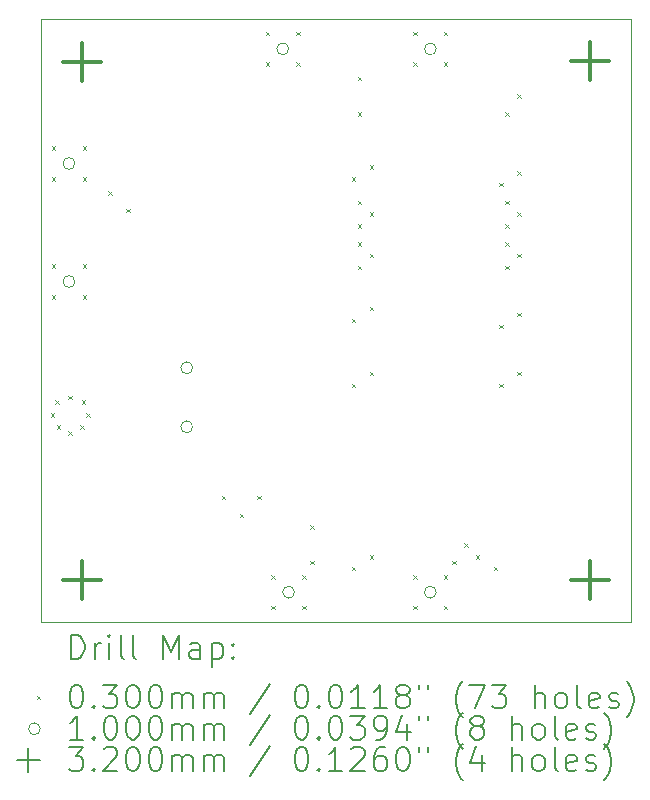
<source format=gbr>
%TF.GenerationSoftware,KiCad,Pcbnew,9.0.4*%
%TF.CreationDate,2025-09-17T14:50:42+08:00*%
%TF.ProjectId,YUV Circuit,59555620-4369-4726-9375-69742e6b6963,rev?*%
%TF.SameCoordinates,Original*%
%TF.FileFunction,Drillmap*%
%TF.FilePolarity,Positive*%
%FSLAX45Y45*%
G04 Gerber Fmt 4.5, Leading zero omitted, Abs format (unit mm)*
G04 Created by KiCad (PCBNEW 9.0.4) date 2025-09-17 14:50:42*
%MOMM*%
%LPD*%
G01*
G04 APERTURE LIST*
%ADD10C,0.050000*%
%ADD11C,0.200000*%
%ADD12C,0.100000*%
%ADD13C,0.320000*%
G04 APERTURE END LIST*
D10*
X14950000Y-8650000D02*
X19950000Y-8650000D01*
X19950000Y-13750000D01*
X14950000Y-13750000D01*
X14950000Y-8650000D01*
D11*
D12*
X15035000Y-11985000D02*
X15065000Y-12015000D01*
X15065000Y-11985000D02*
X15035000Y-12015000D01*
X15045000Y-9725000D02*
X15075000Y-9755000D01*
X15075000Y-9725000D02*
X15045000Y-9755000D01*
X15045000Y-9985000D02*
X15075000Y-10015000D01*
X15075000Y-9985000D02*
X15045000Y-10015000D01*
X15045000Y-10725000D02*
X15075000Y-10755000D01*
X15075000Y-10725000D02*
X15045000Y-10755000D01*
X15045000Y-10985000D02*
X15075000Y-11015000D01*
X15075000Y-10985000D02*
X15045000Y-11015000D01*
X15072500Y-11872500D02*
X15102500Y-11902500D01*
X15102500Y-11872500D02*
X15072500Y-11902500D01*
X15085000Y-12085000D02*
X15115000Y-12115000D01*
X15115000Y-12085000D02*
X15085000Y-12115000D01*
X15185000Y-11835000D02*
X15215000Y-11865000D01*
X15215000Y-11835000D02*
X15185000Y-11865000D01*
X15185000Y-12135000D02*
X15215000Y-12165000D01*
X15215000Y-12135000D02*
X15185000Y-12165000D01*
X15285000Y-12085000D02*
X15315000Y-12115000D01*
X15315000Y-12085000D02*
X15285000Y-12115000D01*
X15297500Y-11872500D02*
X15327500Y-11902500D01*
X15327500Y-11872500D02*
X15297500Y-11902500D01*
X15305000Y-9725000D02*
X15335000Y-9755000D01*
X15335000Y-9725000D02*
X15305000Y-9755000D01*
X15305000Y-9985000D02*
X15335000Y-10015000D01*
X15335000Y-9985000D02*
X15305000Y-10015000D01*
X15305000Y-10725000D02*
X15335000Y-10755000D01*
X15335000Y-10725000D02*
X15305000Y-10755000D01*
X15305000Y-10985000D02*
X15335000Y-11015000D01*
X15335000Y-10985000D02*
X15305000Y-11015000D01*
X15335000Y-11985000D02*
X15365000Y-12015000D01*
X15365000Y-11985000D02*
X15335000Y-12015000D01*
X15525000Y-10105000D02*
X15555000Y-10135000D01*
X15555000Y-10105000D02*
X15525000Y-10135000D01*
X15675000Y-10255000D02*
X15705000Y-10285000D01*
X15705000Y-10255000D02*
X15675000Y-10285000D01*
X16485000Y-12685000D02*
X16515000Y-12715000D01*
X16515000Y-12685000D02*
X16485000Y-12715000D01*
X16635000Y-12835000D02*
X16665000Y-12865000D01*
X16665000Y-12835000D02*
X16635000Y-12865000D01*
X16785000Y-12685000D02*
X16815000Y-12715000D01*
X16815000Y-12685000D02*
X16785000Y-12715000D01*
X16855000Y-8755000D02*
X16885000Y-8785000D01*
X16885000Y-8755000D02*
X16855000Y-8785000D01*
X16855000Y-9015000D02*
X16885000Y-9045000D01*
X16885000Y-9015000D02*
X16855000Y-9045000D01*
X16905000Y-13355000D02*
X16935000Y-13385000D01*
X16935000Y-13355000D02*
X16905000Y-13385000D01*
X16905000Y-13615000D02*
X16935000Y-13645000D01*
X16935000Y-13615000D02*
X16905000Y-13645000D01*
X17115000Y-8755000D02*
X17145000Y-8785000D01*
X17145000Y-8755000D02*
X17115000Y-8785000D01*
X17115000Y-9015000D02*
X17145000Y-9045000D01*
X17145000Y-9015000D02*
X17115000Y-9045000D01*
X17165000Y-13355000D02*
X17195000Y-13385000D01*
X17195000Y-13355000D02*
X17165000Y-13385000D01*
X17165000Y-13615000D02*
X17195000Y-13645000D01*
X17195000Y-13615000D02*
X17165000Y-13645000D01*
X17235000Y-12935000D02*
X17265000Y-12965000D01*
X17265000Y-12935000D02*
X17235000Y-12965000D01*
X17235000Y-13235000D02*
X17265000Y-13265000D01*
X17265000Y-13235000D02*
X17235000Y-13265000D01*
X17585000Y-9985000D02*
X17615000Y-10015000D01*
X17615000Y-9985000D02*
X17585000Y-10015000D01*
X17585000Y-11185000D02*
X17615000Y-11215000D01*
X17615000Y-11185000D02*
X17585000Y-11215000D01*
X17585000Y-11735000D02*
X17615000Y-11765000D01*
X17615000Y-11735000D02*
X17585000Y-11765000D01*
X17585000Y-13285000D02*
X17615000Y-13315000D01*
X17615000Y-13285000D02*
X17585000Y-13315000D01*
X17635000Y-9135000D02*
X17665000Y-9165000D01*
X17665000Y-9135000D02*
X17635000Y-9165000D01*
X17635000Y-9435000D02*
X17665000Y-9465000D01*
X17665000Y-9435000D02*
X17635000Y-9465000D01*
X17635000Y-10185000D02*
X17665000Y-10215000D01*
X17665000Y-10185000D02*
X17635000Y-10215000D01*
X17635000Y-10385000D02*
X17665000Y-10415000D01*
X17665000Y-10385000D02*
X17635000Y-10415000D01*
X17635000Y-10535000D02*
X17665000Y-10565000D01*
X17665000Y-10535000D02*
X17635000Y-10565000D01*
X17635000Y-10735000D02*
X17665000Y-10765000D01*
X17665000Y-10735000D02*
X17635000Y-10765000D01*
X17735000Y-9885000D02*
X17765000Y-9915000D01*
X17765000Y-9885000D02*
X17735000Y-9915000D01*
X17735000Y-10285000D02*
X17765000Y-10315000D01*
X17765000Y-10285000D02*
X17735000Y-10315000D01*
X17735000Y-10635000D02*
X17765000Y-10665000D01*
X17765000Y-10635000D02*
X17735000Y-10665000D01*
X17735000Y-11085000D02*
X17765000Y-11115000D01*
X17765000Y-11085000D02*
X17735000Y-11115000D01*
X17735000Y-11635000D02*
X17765000Y-11665000D01*
X17765000Y-11635000D02*
X17735000Y-11665000D01*
X17735000Y-13185000D02*
X17765000Y-13215000D01*
X17765000Y-13185000D02*
X17735000Y-13215000D01*
X18105000Y-8755000D02*
X18135000Y-8785000D01*
X18135000Y-8755000D02*
X18105000Y-8785000D01*
X18105000Y-9015000D02*
X18135000Y-9045000D01*
X18135000Y-9015000D02*
X18105000Y-9045000D01*
X18105000Y-13355000D02*
X18135000Y-13385000D01*
X18135000Y-13355000D02*
X18105000Y-13385000D01*
X18105000Y-13615000D02*
X18135000Y-13645000D01*
X18135000Y-13615000D02*
X18105000Y-13645000D01*
X18365000Y-8755000D02*
X18395000Y-8785000D01*
X18395000Y-8755000D02*
X18365000Y-8785000D01*
X18365000Y-9015000D02*
X18395000Y-9045000D01*
X18395000Y-9015000D02*
X18365000Y-9045000D01*
X18365000Y-13355000D02*
X18395000Y-13385000D01*
X18395000Y-13355000D02*
X18365000Y-13385000D01*
X18365000Y-13615000D02*
X18395000Y-13645000D01*
X18395000Y-13615000D02*
X18365000Y-13645000D01*
X18435000Y-13235000D02*
X18465000Y-13265000D01*
X18465000Y-13235000D02*
X18435000Y-13265000D01*
X18535000Y-13085000D02*
X18565000Y-13115000D01*
X18565000Y-13085000D02*
X18535000Y-13115000D01*
X18635000Y-13185000D02*
X18665000Y-13215000D01*
X18665000Y-13185000D02*
X18635000Y-13215000D01*
X18785000Y-13285000D02*
X18815000Y-13315000D01*
X18815000Y-13285000D02*
X18785000Y-13315000D01*
X18835000Y-10035000D02*
X18865000Y-10065000D01*
X18865000Y-10035000D02*
X18835000Y-10065000D01*
X18835000Y-11235000D02*
X18865000Y-11265000D01*
X18865000Y-11235000D02*
X18835000Y-11265000D01*
X18835000Y-11735000D02*
X18865000Y-11765000D01*
X18865000Y-11735000D02*
X18835000Y-11765000D01*
X18885000Y-9435000D02*
X18915000Y-9465000D01*
X18915000Y-9435000D02*
X18885000Y-9465000D01*
X18885000Y-10185000D02*
X18915000Y-10215000D01*
X18915000Y-10185000D02*
X18885000Y-10215000D01*
X18885000Y-10385000D02*
X18915000Y-10415000D01*
X18915000Y-10385000D02*
X18885000Y-10415000D01*
X18885000Y-10535000D02*
X18915000Y-10565000D01*
X18915000Y-10535000D02*
X18885000Y-10565000D01*
X18885000Y-10735000D02*
X18915000Y-10765000D01*
X18915000Y-10735000D02*
X18885000Y-10765000D01*
X18985000Y-9285000D02*
X19015000Y-9315000D01*
X19015000Y-9285000D02*
X18985000Y-9315000D01*
X18985000Y-9935000D02*
X19015000Y-9965000D01*
X19015000Y-9935000D02*
X18985000Y-9965000D01*
X18985000Y-10285000D02*
X19015000Y-10315000D01*
X19015000Y-10285000D02*
X18985000Y-10315000D01*
X18985000Y-10635000D02*
X19015000Y-10665000D01*
X19015000Y-10635000D02*
X18985000Y-10665000D01*
X18985000Y-11135000D02*
X19015000Y-11165000D01*
X19015000Y-11135000D02*
X18985000Y-11165000D01*
X18985000Y-11635000D02*
X19015000Y-11665000D01*
X19015000Y-11635000D02*
X18985000Y-11665000D01*
X15240000Y-9870000D02*
G75*
G02*
X15140000Y-9870000I-50000J0D01*
G01*
X15140000Y-9870000D02*
G75*
G02*
X15240000Y-9870000I50000J0D01*
G01*
X15240000Y-10870000D02*
G75*
G02*
X15140000Y-10870000I-50000J0D01*
G01*
X15140000Y-10870000D02*
G75*
G02*
X15240000Y-10870000I50000J0D01*
G01*
X16236768Y-11600000D02*
G75*
G02*
X16136768Y-11600000I-50000J0D01*
G01*
X16136768Y-11600000D02*
G75*
G02*
X16236768Y-11600000I50000J0D01*
G01*
X16236768Y-12100000D02*
G75*
G02*
X16136768Y-12100000I-50000J0D01*
G01*
X16136768Y-12100000D02*
G75*
G02*
X16236768Y-12100000I50000J0D01*
G01*
X17050000Y-8900000D02*
G75*
G02*
X16950000Y-8900000I-50000J0D01*
G01*
X16950000Y-8900000D02*
G75*
G02*
X17050000Y-8900000I50000J0D01*
G01*
X17100000Y-13500000D02*
G75*
G02*
X17000000Y-13500000I-50000J0D01*
G01*
X17000000Y-13500000D02*
G75*
G02*
X17100000Y-13500000I50000J0D01*
G01*
X18300000Y-8900000D02*
G75*
G02*
X18200000Y-8900000I-50000J0D01*
G01*
X18200000Y-8900000D02*
G75*
G02*
X18300000Y-8900000I50000J0D01*
G01*
X18300000Y-13500000D02*
G75*
G02*
X18200000Y-13500000I-50000J0D01*
G01*
X18200000Y-13500000D02*
G75*
G02*
X18300000Y-13500000I50000J0D01*
G01*
D13*
X15300000Y-8850000D02*
X15300000Y-9170000D01*
X15140000Y-9010000D02*
X15460000Y-9010000D01*
X15300000Y-13240000D02*
X15300000Y-13560000D01*
X15140000Y-13400000D02*
X15460000Y-13400000D01*
X19600000Y-8840000D02*
X19600000Y-9160000D01*
X19440000Y-9000000D02*
X19760000Y-9000000D01*
X19600000Y-13240000D02*
X19600000Y-13560000D01*
X19440000Y-13400000D02*
X19760000Y-13400000D01*
D11*
X15208277Y-14063984D02*
X15208277Y-13863984D01*
X15208277Y-13863984D02*
X15255896Y-13863984D01*
X15255896Y-13863984D02*
X15284467Y-13873508D01*
X15284467Y-13873508D02*
X15303515Y-13892555D01*
X15303515Y-13892555D02*
X15313039Y-13911603D01*
X15313039Y-13911603D02*
X15322562Y-13949698D01*
X15322562Y-13949698D02*
X15322562Y-13978269D01*
X15322562Y-13978269D02*
X15313039Y-14016365D01*
X15313039Y-14016365D02*
X15303515Y-14035412D01*
X15303515Y-14035412D02*
X15284467Y-14054460D01*
X15284467Y-14054460D02*
X15255896Y-14063984D01*
X15255896Y-14063984D02*
X15208277Y-14063984D01*
X15408277Y-14063984D02*
X15408277Y-13930650D01*
X15408277Y-13968746D02*
X15417801Y-13949698D01*
X15417801Y-13949698D02*
X15427324Y-13940174D01*
X15427324Y-13940174D02*
X15446372Y-13930650D01*
X15446372Y-13930650D02*
X15465420Y-13930650D01*
X15532086Y-14063984D02*
X15532086Y-13930650D01*
X15532086Y-13863984D02*
X15522562Y-13873508D01*
X15522562Y-13873508D02*
X15532086Y-13883031D01*
X15532086Y-13883031D02*
X15541610Y-13873508D01*
X15541610Y-13873508D02*
X15532086Y-13863984D01*
X15532086Y-13863984D02*
X15532086Y-13883031D01*
X15655896Y-14063984D02*
X15636848Y-14054460D01*
X15636848Y-14054460D02*
X15627324Y-14035412D01*
X15627324Y-14035412D02*
X15627324Y-13863984D01*
X15760658Y-14063984D02*
X15741610Y-14054460D01*
X15741610Y-14054460D02*
X15732086Y-14035412D01*
X15732086Y-14035412D02*
X15732086Y-13863984D01*
X15989229Y-14063984D02*
X15989229Y-13863984D01*
X15989229Y-13863984D02*
X16055896Y-14006841D01*
X16055896Y-14006841D02*
X16122562Y-13863984D01*
X16122562Y-13863984D02*
X16122562Y-14063984D01*
X16303515Y-14063984D02*
X16303515Y-13959222D01*
X16303515Y-13959222D02*
X16293991Y-13940174D01*
X16293991Y-13940174D02*
X16274943Y-13930650D01*
X16274943Y-13930650D02*
X16236848Y-13930650D01*
X16236848Y-13930650D02*
X16217801Y-13940174D01*
X16303515Y-14054460D02*
X16284467Y-14063984D01*
X16284467Y-14063984D02*
X16236848Y-14063984D01*
X16236848Y-14063984D02*
X16217801Y-14054460D01*
X16217801Y-14054460D02*
X16208277Y-14035412D01*
X16208277Y-14035412D02*
X16208277Y-14016365D01*
X16208277Y-14016365D02*
X16217801Y-13997317D01*
X16217801Y-13997317D02*
X16236848Y-13987793D01*
X16236848Y-13987793D02*
X16284467Y-13987793D01*
X16284467Y-13987793D02*
X16303515Y-13978269D01*
X16398753Y-13930650D02*
X16398753Y-14130650D01*
X16398753Y-13940174D02*
X16417801Y-13930650D01*
X16417801Y-13930650D02*
X16455896Y-13930650D01*
X16455896Y-13930650D02*
X16474943Y-13940174D01*
X16474943Y-13940174D02*
X16484467Y-13949698D01*
X16484467Y-13949698D02*
X16493991Y-13968746D01*
X16493991Y-13968746D02*
X16493991Y-14025888D01*
X16493991Y-14025888D02*
X16484467Y-14044936D01*
X16484467Y-14044936D02*
X16474943Y-14054460D01*
X16474943Y-14054460D02*
X16455896Y-14063984D01*
X16455896Y-14063984D02*
X16417801Y-14063984D01*
X16417801Y-14063984D02*
X16398753Y-14054460D01*
X16579705Y-14044936D02*
X16589229Y-14054460D01*
X16589229Y-14054460D02*
X16579705Y-14063984D01*
X16579705Y-14063984D02*
X16570182Y-14054460D01*
X16570182Y-14054460D02*
X16579705Y-14044936D01*
X16579705Y-14044936D02*
X16579705Y-14063984D01*
X16579705Y-13940174D02*
X16589229Y-13949698D01*
X16589229Y-13949698D02*
X16579705Y-13959222D01*
X16579705Y-13959222D02*
X16570182Y-13949698D01*
X16570182Y-13949698D02*
X16579705Y-13940174D01*
X16579705Y-13940174D02*
X16579705Y-13959222D01*
D12*
X14917500Y-14377500D02*
X14947500Y-14407500D01*
X14947500Y-14377500D02*
X14917500Y-14407500D01*
D11*
X15246372Y-14283984D02*
X15265420Y-14283984D01*
X15265420Y-14283984D02*
X15284467Y-14293508D01*
X15284467Y-14293508D02*
X15293991Y-14303031D01*
X15293991Y-14303031D02*
X15303515Y-14322079D01*
X15303515Y-14322079D02*
X15313039Y-14360174D01*
X15313039Y-14360174D02*
X15313039Y-14407793D01*
X15313039Y-14407793D02*
X15303515Y-14445888D01*
X15303515Y-14445888D02*
X15293991Y-14464936D01*
X15293991Y-14464936D02*
X15284467Y-14474460D01*
X15284467Y-14474460D02*
X15265420Y-14483984D01*
X15265420Y-14483984D02*
X15246372Y-14483984D01*
X15246372Y-14483984D02*
X15227324Y-14474460D01*
X15227324Y-14474460D02*
X15217801Y-14464936D01*
X15217801Y-14464936D02*
X15208277Y-14445888D01*
X15208277Y-14445888D02*
X15198753Y-14407793D01*
X15198753Y-14407793D02*
X15198753Y-14360174D01*
X15198753Y-14360174D02*
X15208277Y-14322079D01*
X15208277Y-14322079D02*
X15217801Y-14303031D01*
X15217801Y-14303031D02*
X15227324Y-14293508D01*
X15227324Y-14293508D02*
X15246372Y-14283984D01*
X15398753Y-14464936D02*
X15408277Y-14474460D01*
X15408277Y-14474460D02*
X15398753Y-14483984D01*
X15398753Y-14483984D02*
X15389229Y-14474460D01*
X15389229Y-14474460D02*
X15398753Y-14464936D01*
X15398753Y-14464936D02*
X15398753Y-14483984D01*
X15474943Y-14283984D02*
X15598753Y-14283984D01*
X15598753Y-14283984D02*
X15532086Y-14360174D01*
X15532086Y-14360174D02*
X15560658Y-14360174D01*
X15560658Y-14360174D02*
X15579705Y-14369698D01*
X15579705Y-14369698D02*
X15589229Y-14379222D01*
X15589229Y-14379222D02*
X15598753Y-14398269D01*
X15598753Y-14398269D02*
X15598753Y-14445888D01*
X15598753Y-14445888D02*
X15589229Y-14464936D01*
X15589229Y-14464936D02*
X15579705Y-14474460D01*
X15579705Y-14474460D02*
X15560658Y-14483984D01*
X15560658Y-14483984D02*
X15503515Y-14483984D01*
X15503515Y-14483984D02*
X15484467Y-14474460D01*
X15484467Y-14474460D02*
X15474943Y-14464936D01*
X15722562Y-14283984D02*
X15741610Y-14283984D01*
X15741610Y-14283984D02*
X15760658Y-14293508D01*
X15760658Y-14293508D02*
X15770182Y-14303031D01*
X15770182Y-14303031D02*
X15779705Y-14322079D01*
X15779705Y-14322079D02*
X15789229Y-14360174D01*
X15789229Y-14360174D02*
X15789229Y-14407793D01*
X15789229Y-14407793D02*
X15779705Y-14445888D01*
X15779705Y-14445888D02*
X15770182Y-14464936D01*
X15770182Y-14464936D02*
X15760658Y-14474460D01*
X15760658Y-14474460D02*
X15741610Y-14483984D01*
X15741610Y-14483984D02*
X15722562Y-14483984D01*
X15722562Y-14483984D02*
X15703515Y-14474460D01*
X15703515Y-14474460D02*
X15693991Y-14464936D01*
X15693991Y-14464936D02*
X15684467Y-14445888D01*
X15684467Y-14445888D02*
X15674943Y-14407793D01*
X15674943Y-14407793D02*
X15674943Y-14360174D01*
X15674943Y-14360174D02*
X15684467Y-14322079D01*
X15684467Y-14322079D02*
X15693991Y-14303031D01*
X15693991Y-14303031D02*
X15703515Y-14293508D01*
X15703515Y-14293508D02*
X15722562Y-14283984D01*
X15913039Y-14283984D02*
X15932086Y-14283984D01*
X15932086Y-14283984D02*
X15951134Y-14293508D01*
X15951134Y-14293508D02*
X15960658Y-14303031D01*
X15960658Y-14303031D02*
X15970182Y-14322079D01*
X15970182Y-14322079D02*
X15979705Y-14360174D01*
X15979705Y-14360174D02*
X15979705Y-14407793D01*
X15979705Y-14407793D02*
X15970182Y-14445888D01*
X15970182Y-14445888D02*
X15960658Y-14464936D01*
X15960658Y-14464936D02*
X15951134Y-14474460D01*
X15951134Y-14474460D02*
X15932086Y-14483984D01*
X15932086Y-14483984D02*
X15913039Y-14483984D01*
X15913039Y-14483984D02*
X15893991Y-14474460D01*
X15893991Y-14474460D02*
X15884467Y-14464936D01*
X15884467Y-14464936D02*
X15874943Y-14445888D01*
X15874943Y-14445888D02*
X15865420Y-14407793D01*
X15865420Y-14407793D02*
X15865420Y-14360174D01*
X15865420Y-14360174D02*
X15874943Y-14322079D01*
X15874943Y-14322079D02*
X15884467Y-14303031D01*
X15884467Y-14303031D02*
X15893991Y-14293508D01*
X15893991Y-14293508D02*
X15913039Y-14283984D01*
X16065420Y-14483984D02*
X16065420Y-14350650D01*
X16065420Y-14369698D02*
X16074943Y-14360174D01*
X16074943Y-14360174D02*
X16093991Y-14350650D01*
X16093991Y-14350650D02*
X16122563Y-14350650D01*
X16122563Y-14350650D02*
X16141610Y-14360174D01*
X16141610Y-14360174D02*
X16151134Y-14379222D01*
X16151134Y-14379222D02*
X16151134Y-14483984D01*
X16151134Y-14379222D02*
X16160658Y-14360174D01*
X16160658Y-14360174D02*
X16179705Y-14350650D01*
X16179705Y-14350650D02*
X16208277Y-14350650D01*
X16208277Y-14350650D02*
X16227324Y-14360174D01*
X16227324Y-14360174D02*
X16236848Y-14379222D01*
X16236848Y-14379222D02*
X16236848Y-14483984D01*
X16332086Y-14483984D02*
X16332086Y-14350650D01*
X16332086Y-14369698D02*
X16341610Y-14360174D01*
X16341610Y-14360174D02*
X16360658Y-14350650D01*
X16360658Y-14350650D02*
X16389229Y-14350650D01*
X16389229Y-14350650D02*
X16408277Y-14360174D01*
X16408277Y-14360174D02*
X16417801Y-14379222D01*
X16417801Y-14379222D02*
X16417801Y-14483984D01*
X16417801Y-14379222D02*
X16427324Y-14360174D01*
X16427324Y-14360174D02*
X16446372Y-14350650D01*
X16446372Y-14350650D02*
X16474943Y-14350650D01*
X16474943Y-14350650D02*
X16493991Y-14360174D01*
X16493991Y-14360174D02*
X16503515Y-14379222D01*
X16503515Y-14379222D02*
X16503515Y-14483984D01*
X16893991Y-14274460D02*
X16722563Y-14531603D01*
X17151134Y-14283984D02*
X17170182Y-14283984D01*
X17170182Y-14283984D02*
X17189229Y-14293508D01*
X17189229Y-14293508D02*
X17198753Y-14303031D01*
X17198753Y-14303031D02*
X17208277Y-14322079D01*
X17208277Y-14322079D02*
X17217801Y-14360174D01*
X17217801Y-14360174D02*
X17217801Y-14407793D01*
X17217801Y-14407793D02*
X17208277Y-14445888D01*
X17208277Y-14445888D02*
X17198753Y-14464936D01*
X17198753Y-14464936D02*
X17189229Y-14474460D01*
X17189229Y-14474460D02*
X17170182Y-14483984D01*
X17170182Y-14483984D02*
X17151134Y-14483984D01*
X17151134Y-14483984D02*
X17132087Y-14474460D01*
X17132087Y-14474460D02*
X17122563Y-14464936D01*
X17122563Y-14464936D02*
X17113039Y-14445888D01*
X17113039Y-14445888D02*
X17103515Y-14407793D01*
X17103515Y-14407793D02*
X17103515Y-14360174D01*
X17103515Y-14360174D02*
X17113039Y-14322079D01*
X17113039Y-14322079D02*
X17122563Y-14303031D01*
X17122563Y-14303031D02*
X17132087Y-14293508D01*
X17132087Y-14293508D02*
X17151134Y-14283984D01*
X17303515Y-14464936D02*
X17313039Y-14474460D01*
X17313039Y-14474460D02*
X17303515Y-14483984D01*
X17303515Y-14483984D02*
X17293991Y-14474460D01*
X17293991Y-14474460D02*
X17303515Y-14464936D01*
X17303515Y-14464936D02*
X17303515Y-14483984D01*
X17436848Y-14283984D02*
X17455896Y-14283984D01*
X17455896Y-14283984D02*
X17474944Y-14293508D01*
X17474944Y-14293508D02*
X17484468Y-14303031D01*
X17484468Y-14303031D02*
X17493991Y-14322079D01*
X17493991Y-14322079D02*
X17503515Y-14360174D01*
X17503515Y-14360174D02*
X17503515Y-14407793D01*
X17503515Y-14407793D02*
X17493991Y-14445888D01*
X17493991Y-14445888D02*
X17484468Y-14464936D01*
X17484468Y-14464936D02*
X17474944Y-14474460D01*
X17474944Y-14474460D02*
X17455896Y-14483984D01*
X17455896Y-14483984D02*
X17436848Y-14483984D01*
X17436848Y-14483984D02*
X17417801Y-14474460D01*
X17417801Y-14474460D02*
X17408277Y-14464936D01*
X17408277Y-14464936D02*
X17398753Y-14445888D01*
X17398753Y-14445888D02*
X17389229Y-14407793D01*
X17389229Y-14407793D02*
X17389229Y-14360174D01*
X17389229Y-14360174D02*
X17398753Y-14322079D01*
X17398753Y-14322079D02*
X17408277Y-14303031D01*
X17408277Y-14303031D02*
X17417801Y-14293508D01*
X17417801Y-14293508D02*
X17436848Y-14283984D01*
X17693991Y-14483984D02*
X17579706Y-14483984D01*
X17636848Y-14483984D02*
X17636848Y-14283984D01*
X17636848Y-14283984D02*
X17617801Y-14312555D01*
X17617801Y-14312555D02*
X17598753Y-14331603D01*
X17598753Y-14331603D02*
X17579706Y-14341127D01*
X17884468Y-14483984D02*
X17770182Y-14483984D01*
X17827325Y-14483984D02*
X17827325Y-14283984D01*
X17827325Y-14283984D02*
X17808277Y-14312555D01*
X17808277Y-14312555D02*
X17789229Y-14331603D01*
X17789229Y-14331603D02*
X17770182Y-14341127D01*
X17998753Y-14369698D02*
X17979706Y-14360174D01*
X17979706Y-14360174D02*
X17970182Y-14350650D01*
X17970182Y-14350650D02*
X17960658Y-14331603D01*
X17960658Y-14331603D02*
X17960658Y-14322079D01*
X17960658Y-14322079D02*
X17970182Y-14303031D01*
X17970182Y-14303031D02*
X17979706Y-14293508D01*
X17979706Y-14293508D02*
X17998753Y-14283984D01*
X17998753Y-14283984D02*
X18036849Y-14283984D01*
X18036849Y-14283984D02*
X18055896Y-14293508D01*
X18055896Y-14293508D02*
X18065420Y-14303031D01*
X18065420Y-14303031D02*
X18074944Y-14322079D01*
X18074944Y-14322079D02*
X18074944Y-14331603D01*
X18074944Y-14331603D02*
X18065420Y-14350650D01*
X18065420Y-14350650D02*
X18055896Y-14360174D01*
X18055896Y-14360174D02*
X18036849Y-14369698D01*
X18036849Y-14369698D02*
X17998753Y-14369698D01*
X17998753Y-14369698D02*
X17979706Y-14379222D01*
X17979706Y-14379222D02*
X17970182Y-14388746D01*
X17970182Y-14388746D02*
X17960658Y-14407793D01*
X17960658Y-14407793D02*
X17960658Y-14445888D01*
X17960658Y-14445888D02*
X17970182Y-14464936D01*
X17970182Y-14464936D02*
X17979706Y-14474460D01*
X17979706Y-14474460D02*
X17998753Y-14483984D01*
X17998753Y-14483984D02*
X18036849Y-14483984D01*
X18036849Y-14483984D02*
X18055896Y-14474460D01*
X18055896Y-14474460D02*
X18065420Y-14464936D01*
X18065420Y-14464936D02*
X18074944Y-14445888D01*
X18074944Y-14445888D02*
X18074944Y-14407793D01*
X18074944Y-14407793D02*
X18065420Y-14388746D01*
X18065420Y-14388746D02*
X18055896Y-14379222D01*
X18055896Y-14379222D02*
X18036849Y-14369698D01*
X18151134Y-14283984D02*
X18151134Y-14322079D01*
X18227325Y-14283984D02*
X18227325Y-14322079D01*
X18522563Y-14560174D02*
X18513039Y-14550650D01*
X18513039Y-14550650D02*
X18493991Y-14522079D01*
X18493991Y-14522079D02*
X18484468Y-14503031D01*
X18484468Y-14503031D02*
X18474944Y-14474460D01*
X18474944Y-14474460D02*
X18465420Y-14426841D01*
X18465420Y-14426841D02*
X18465420Y-14388746D01*
X18465420Y-14388746D02*
X18474944Y-14341127D01*
X18474944Y-14341127D02*
X18484468Y-14312555D01*
X18484468Y-14312555D02*
X18493991Y-14293508D01*
X18493991Y-14293508D02*
X18513039Y-14264936D01*
X18513039Y-14264936D02*
X18522563Y-14255412D01*
X18579706Y-14283984D02*
X18713039Y-14283984D01*
X18713039Y-14283984D02*
X18627325Y-14483984D01*
X18770182Y-14283984D02*
X18893991Y-14283984D01*
X18893991Y-14283984D02*
X18827325Y-14360174D01*
X18827325Y-14360174D02*
X18855896Y-14360174D01*
X18855896Y-14360174D02*
X18874944Y-14369698D01*
X18874944Y-14369698D02*
X18884468Y-14379222D01*
X18884468Y-14379222D02*
X18893991Y-14398269D01*
X18893991Y-14398269D02*
X18893991Y-14445888D01*
X18893991Y-14445888D02*
X18884468Y-14464936D01*
X18884468Y-14464936D02*
X18874944Y-14474460D01*
X18874944Y-14474460D02*
X18855896Y-14483984D01*
X18855896Y-14483984D02*
X18798753Y-14483984D01*
X18798753Y-14483984D02*
X18779706Y-14474460D01*
X18779706Y-14474460D02*
X18770182Y-14464936D01*
X19132087Y-14483984D02*
X19132087Y-14283984D01*
X19217801Y-14483984D02*
X19217801Y-14379222D01*
X19217801Y-14379222D02*
X19208277Y-14360174D01*
X19208277Y-14360174D02*
X19189230Y-14350650D01*
X19189230Y-14350650D02*
X19160658Y-14350650D01*
X19160658Y-14350650D02*
X19141611Y-14360174D01*
X19141611Y-14360174D02*
X19132087Y-14369698D01*
X19341611Y-14483984D02*
X19322563Y-14474460D01*
X19322563Y-14474460D02*
X19313039Y-14464936D01*
X19313039Y-14464936D02*
X19303515Y-14445888D01*
X19303515Y-14445888D02*
X19303515Y-14388746D01*
X19303515Y-14388746D02*
X19313039Y-14369698D01*
X19313039Y-14369698D02*
X19322563Y-14360174D01*
X19322563Y-14360174D02*
X19341611Y-14350650D01*
X19341611Y-14350650D02*
X19370182Y-14350650D01*
X19370182Y-14350650D02*
X19389230Y-14360174D01*
X19389230Y-14360174D02*
X19398753Y-14369698D01*
X19398753Y-14369698D02*
X19408277Y-14388746D01*
X19408277Y-14388746D02*
X19408277Y-14445888D01*
X19408277Y-14445888D02*
X19398753Y-14464936D01*
X19398753Y-14464936D02*
X19389230Y-14474460D01*
X19389230Y-14474460D02*
X19370182Y-14483984D01*
X19370182Y-14483984D02*
X19341611Y-14483984D01*
X19522563Y-14483984D02*
X19503515Y-14474460D01*
X19503515Y-14474460D02*
X19493992Y-14455412D01*
X19493992Y-14455412D02*
X19493992Y-14283984D01*
X19674944Y-14474460D02*
X19655896Y-14483984D01*
X19655896Y-14483984D02*
X19617801Y-14483984D01*
X19617801Y-14483984D02*
X19598753Y-14474460D01*
X19598753Y-14474460D02*
X19589230Y-14455412D01*
X19589230Y-14455412D02*
X19589230Y-14379222D01*
X19589230Y-14379222D02*
X19598753Y-14360174D01*
X19598753Y-14360174D02*
X19617801Y-14350650D01*
X19617801Y-14350650D02*
X19655896Y-14350650D01*
X19655896Y-14350650D02*
X19674944Y-14360174D01*
X19674944Y-14360174D02*
X19684468Y-14379222D01*
X19684468Y-14379222D02*
X19684468Y-14398269D01*
X19684468Y-14398269D02*
X19589230Y-14417317D01*
X19760658Y-14474460D02*
X19779706Y-14483984D01*
X19779706Y-14483984D02*
X19817801Y-14483984D01*
X19817801Y-14483984D02*
X19836849Y-14474460D01*
X19836849Y-14474460D02*
X19846373Y-14455412D01*
X19846373Y-14455412D02*
X19846373Y-14445888D01*
X19846373Y-14445888D02*
X19836849Y-14426841D01*
X19836849Y-14426841D02*
X19817801Y-14417317D01*
X19817801Y-14417317D02*
X19789230Y-14417317D01*
X19789230Y-14417317D02*
X19770182Y-14407793D01*
X19770182Y-14407793D02*
X19760658Y-14388746D01*
X19760658Y-14388746D02*
X19760658Y-14379222D01*
X19760658Y-14379222D02*
X19770182Y-14360174D01*
X19770182Y-14360174D02*
X19789230Y-14350650D01*
X19789230Y-14350650D02*
X19817801Y-14350650D01*
X19817801Y-14350650D02*
X19836849Y-14360174D01*
X19913039Y-14560174D02*
X19922563Y-14550650D01*
X19922563Y-14550650D02*
X19941611Y-14522079D01*
X19941611Y-14522079D02*
X19951134Y-14503031D01*
X19951134Y-14503031D02*
X19960658Y-14474460D01*
X19960658Y-14474460D02*
X19970182Y-14426841D01*
X19970182Y-14426841D02*
X19970182Y-14388746D01*
X19970182Y-14388746D02*
X19960658Y-14341127D01*
X19960658Y-14341127D02*
X19951134Y-14312555D01*
X19951134Y-14312555D02*
X19941611Y-14293508D01*
X19941611Y-14293508D02*
X19922563Y-14264936D01*
X19922563Y-14264936D02*
X19913039Y-14255412D01*
D12*
X14947500Y-14656500D02*
G75*
G02*
X14847500Y-14656500I-50000J0D01*
G01*
X14847500Y-14656500D02*
G75*
G02*
X14947500Y-14656500I50000J0D01*
G01*
D11*
X15313039Y-14747984D02*
X15198753Y-14747984D01*
X15255896Y-14747984D02*
X15255896Y-14547984D01*
X15255896Y-14547984D02*
X15236848Y-14576555D01*
X15236848Y-14576555D02*
X15217801Y-14595603D01*
X15217801Y-14595603D02*
X15198753Y-14605127D01*
X15398753Y-14728936D02*
X15408277Y-14738460D01*
X15408277Y-14738460D02*
X15398753Y-14747984D01*
X15398753Y-14747984D02*
X15389229Y-14738460D01*
X15389229Y-14738460D02*
X15398753Y-14728936D01*
X15398753Y-14728936D02*
X15398753Y-14747984D01*
X15532086Y-14547984D02*
X15551134Y-14547984D01*
X15551134Y-14547984D02*
X15570182Y-14557508D01*
X15570182Y-14557508D02*
X15579705Y-14567031D01*
X15579705Y-14567031D02*
X15589229Y-14586079D01*
X15589229Y-14586079D02*
X15598753Y-14624174D01*
X15598753Y-14624174D02*
X15598753Y-14671793D01*
X15598753Y-14671793D02*
X15589229Y-14709888D01*
X15589229Y-14709888D02*
X15579705Y-14728936D01*
X15579705Y-14728936D02*
X15570182Y-14738460D01*
X15570182Y-14738460D02*
X15551134Y-14747984D01*
X15551134Y-14747984D02*
X15532086Y-14747984D01*
X15532086Y-14747984D02*
X15513039Y-14738460D01*
X15513039Y-14738460D02*
X15503515Y-14728936D01*
X15503515Y-14728936D02*
X15493991Y-14709888D01*
X15493991Y-14709888D02*
X15484467Y-14671793D01*
X15484467Y-14671793D02*
X15484467Y-14624174D01*
X15484467Y-14624174D02*
X15493991Y-14586079D01*
X15493991Y-14586079D02*
X15503515Y-14567031D01*
X15503515Y-14567031D02*
X15513039Y-14557508D01*
X15513039Y-14557508D02*
X15532086Y-14547984D01*
X15722562Y-14547984D02*
X15741610Y-14547984D01*
X15741610Y-14547984D02*
X15760658Y-14557508D01*
X15760658Y-14557508D02*
X15770182Y-14567031D01*
X15770182Y-14567031D02*
X15779705Y-14586079D01*
X15779705Y-14586079D02*
X15789229Y-14624174D01*
X15789229Y-14624174D02*
X15789229Y-14671793D01*
X15789229Y-14671793D02*
X15779705Y-14709888D01*
X15779705Y-14709888D02*
X15770182Y-14728936D01*
X15770182Y-14728936D02*
X15760658Y-14738460D01*
X15760658Y-14738460D02*
X15741610Y-14747984D01*
X15741610Y-14747984D02*
X15722562Y-14747984D01*
X15722562Y-14747984D02*
X15703515Y-14738460D01*
X15703515Y-14738460D02*
X15693991Y-14728936D01*
X15693991Y-14728936D02*
X15684467Y-14709888D01*
X15684467Y-14709888D02*
X15674943Y-14671793D01*
X15674943Y-14671793D02*
X15674943Y-14624174D01*
X15674943Y-14624174D02*
X15684467Y-14586079D01*
X15684467Y-14586079D02*
X15693991Y-14567031D01*
X15693991Y-14567031D02*
X15703515Y-14557508D01*
X15703515Y-14557508D02*
X15722562Y-14547984D01*
X15913039Y-14547984D02*
X15932086Y-14547984D01*
X15932086Y-14547984D02*
X15951134Y-14557508D01*
X15951134Y-14557508D02*
X15960658Y-14567031D01*
X15960658Y-14567031D02*
X15970182Y-14586079D01*
X15970182Y-14586079D02*
X15979705Y-14624174D01*
X15979705Y-14624174D02*
X15979705Y-14671793D01*
X15979705Y-14671793D02*
X15970182Y-14709888D01*
X15970182Y-14709888D02*
X15960658Y-14728936D01*
X15960658Y-14728936D02*
X15951134Y-14738460D01*
X15951134Y-14738460D02*
X15932086Y-14747984D01*
X15932086Y-14747984D02*
X15913039Y-14747984D01*
X15913039Y-14747984D02*
X15893991Y-14738460D01*
X15893991Y-14738460D02*
X15884467Y-14728936D01*
X15884467Y-14728936D02*
X15874943Y-14709888D01*
X15874943Y-14709888D02*
X15865420Y-14671793D01*
X15865420Y-14671793D02*
X15865420Y-14624174D01*
X15865420Y-14624174D02*
X15874943Y-14586079D01*
X15874943Y-14586079D02*
X15884467Y-14567031D01*
X15884467Y-14567031D02*
X15893991Y-14557508D01*
X15893991Y-14557508D02*
X15913039Y-14547984D01*
X16065420Y-14747984D02*
X16065420Y-14614650D01*
X16065420Y-14633698D02*
X16074943Y-14624174D01*
X16074943Y-14624174D02*
X16093991Y-14614650D01*
X16093991Y-14614650D02*
X16122563Y-14614650D01*
X16122563Y-14614650D02*
X16141610Y-14624174D01*
X16141610Y-14624174D02*
X16151134Y-14643222D01*
X16151134Y-14643222D02*
X16151134Y-14747984D01*
X16151134Y-14643222D02*
X16160658Y-14624174D01*
X16160658Y-14624174D02*
X16179705Y-14614650D01*
X16179705Y-14614650D02*
X16208277Y-14614650D01*
X16208277Y-14614650D02*
X16227324Y-14624174D01*
X16227324Y-14624174D02*
X16236848Y-14643222D01*
X16236848Y-14643222D02*
X16236848Y-14747984D01*
X16332086Y-14747984D02*
X16332086Y-14614650D01*
X16332086Y-14633698D02*
X16341610Y-14624174D01*
X16341610Y-14624174D02*
X16360658Y-14614650D01*
X16360658Y-14614650D02*
X16389229Y-14614650D01*
X16389229Y-14614650D02*
X16408277Y-14624174D01*
X16408277Y-14624174D02*
X16417801Y-14643222D01*
X16417801Y-14643222D02*
X16417801Y-14747984D01*
X16417801Y-14643222D02*
X16427324Y-14624174D01*
X16427324Y-14624174D02*
X16446372Y-14614650D01*
X16446372Y-14614650D02*
X16474943Y-14614650D01*
X16474943Y-14614650D02*
X16493991Y-14624174D01*
X16493991Y-14624174D02*
X16503515Y-14643222D01*
X16503515Y-14643222D02*
X16503515Y-14747984D01*
X16893991Y-14538460D02*
X16722563Y-14795603D01*
X17151134Y-14547984D02*
X17170182Y-14547984D01*
X17170182Y-14547984D02*
X17189229Y-14557508D01*
X17189229Y-14557508D02*
X17198753Y-14567031D01*
X17198753Y-14567031D02*
X17208277Y-14586079D01*
X17208277Y-14586079D02*
X17217801Y-14624174D01*
X17217801Y-14624174D02*
X17217801Y-14671793D01*
X17217801Y-14671793D02*
X17208277Y-14709888D01*
X17208277Y-14709888D02*
X17198753Y-14728936D01*
X17198753Y-14728936D02*
X17189229Y-14738460D01*
X17189229Y-14738460D02*
X17170182Y-14747984D01*
X17170182Y-14747984D02*
X17151134Y-14747984D01*
X17151134Y-14747984D02*
X17132087Y-14738460D01*
X17132087Y-14738460D02*
X17122563Y-14728936D01*
X17122563Y-14728936D02*
X17113039Y-14709888D01*
X17113039Y-14709888D02*
X17103515Y-14671793D01*
X17103515Y-14671793D02*
X17103515Y-14624174D01*
X17103515Y-14624174D02*
X17113039Y-14586079D01*
X17113039Y-14586079D02*
X17122563Y-14567031D01*
X17122563Y-14567031D02*
X17132087Y-14557508D01*
X17132087Y-14557508D02*
X17151134Y-14547984D01*
X17303515Y-14728936D02*
X17313039Y-14738460D01*
X17313039Y-14738460D02*
X17303515Y-14747984D01*
X17303515Y-14747984D02*
X17293991Y-14738460D01*
X17293991Y-14738460D02*
X17303515Y-14728936D01*
X17303515Y-14728936D02*
X17303515Y-14747984D01*
X17436848Y-14547984D02*
X17455896Y-14547984D01*
X17455896Y-14547984D02*
X17474944Y-14557508D01*
X17474944Y-14557508D02*
X17484468Y-14567031D01*
X17484468Y-14567031D02*
X17493991Y-14586079D01*
X17493991Y-14586079D02*
X17503515Y-14624174D01*
X17503515Y-14624174D02*
X17503515Y-14671793D01*
X17503515Y-14671793D02*
X17493991Y-14709888D01*
X17493991Y-14709888D02*
X17484468Y-14728936D01*
X17484468Y-14728936D02*
X17474944Y-14738460D01*
X17474944Y-14738460D02*
X17455896Y-14747984D01*
X17455896Y-14747984D02*
X17436848Y-14747984D01*
X17436848Y-14747984D02*
X17417801Y-14738460D01*
X17417801Y-14738460D02*
X17408277Y-14728936D01*
X17408277Y-14728936D02*
X17398753Y-14709888D01*
X17398753Y-14709888D02*
X17389229Y-14671793D01*
X17389229Y-14671793D02*
X17389229Y-14624174D01*
X17389229Y-14624174D02*
X17398753Y-14586079D01*
X17398753Y-14586079D02*
X17408277Y-14567031D01*
X17408277Y-14567031D02*
X17417801Y-14557508D01*
X17417801Y-14557508D02*
X17436848Y-14547984D01*
X17570182Y-14547984D02*
X17693991Y-14547984D01*
X17693991Y-14547984D02*
X17627325Y-14624174D01*
X17627325Y-14624174D02*
X17655896Y-14624174D01*
X17655896Y-14624174D02*
X17674944Y-14633698D01*
X17674944Y-14633698D02*
X17684468Y-14643222D01*
X17684468Y-14643222D02*
X17693991Y-14662269D01*
X17693991Y-14662269D02*
X17693991Y-14709888D01*
X17693991Y-14709888D02*
X17684468Y-14728936D01*
X17684468Y-14728936D02*
X17674944Y-14738460D01*
X17674944Y-14738460D02*
X17655896Y-14747984D01*
X17655896Y-14747984D02*
X17598753Y-14747984D01*
X17598753Y-14747984D02*
X17579706Y-14738460D01*
X17579706Y-14738460D02*
X17570182Y-14728936D01*
X17789229Y-14747984D02*
X17827325Y-14747984D01*
X17827325Y-14747984D02*
X17846372Y-14738460D01*
X17846372Y-14738460D02*
X17855896Y-14728936D01*
X17855896Y-14728936D02*
X17874944Y-14700365D01*
X17874944Y-14700365D02*
X17884468Y-14662269D01*
X17884468Y-14662269D02*
X17884468Y-14586079D01*
X17884468Y-14586079D02*
X17874944Y-14567031D01*
X17874944Y-14567031D02*
X17865420Y-14557508D01*
X17865420Y-14557508D02*
X17846372Y-14547984D01*
X17846372Y-14547984D02*
X17808277Y-14547984D01*
X17808277Y-14547984D02*
X17789229Y-14557508D01*
X17789229Y-14557508D02*
X17779706Y-14567031D01*
X17779706Y-14567031D02*
X17770182Y-14586079D01*
X17770182Y-14586079D02*
X17770182Y-14633698D01*
X17770182Y-14633698D02*
X17779706Y-14652746D01*
X17779706Y-14652746D02*
X17789229Y-14662269D01*
X17789229Y-14662269D02*
X17808277Y-14671793D01*
X17808277Y-14671793D02*
X17846372Y-14671793D01*
X17846372Y-14671793D02*
X17865420Y-14662269D01*
X17865420Y-14662269D02*
X17874944Y-14652746D01*
X17874944Y-14652746D02*
X17884468Y-14633698D01*
X18055896Y-14614650D02*
X18055896Y-14747984D01*
X18008277Y-14538460D02*
X17960658Y-14681317D01*
X17960658Y-14681317D02*
X18084468Y-14681317D01*
X18151134Y-14547984D02*
X18151134Y-14586079D01*
X18227325Y-14547984D02*
X18227325Y-14586079D01*
X18522563Y-14824174D02*
X18513039Y-14814650D01*
X18513039Y-14814650D02*
X18493991Y-14786079D01*
X18493991Y-14786079D02*
X18484468Y-14767031D01*
X18484468Y-14767031D02*
X18474944Y-14738460D01*
X18474944Y-14738460D02*
X18465420Y-14690841D01*
X18465420Y-14690841D02*
X18465420Y-14652746D01*
X18465420Y-14652746D02*
X18474944Y-14605127D01*
X18474944Y-14605127D02*
X18484468Y-14576555D01*
X18484468Y-14576555D02*
X18493991Y-14557508D01*
X18493991Y-14557508D02*
X18513039Y-14528936D01*
X18513039Y-14528936D02*
X18522563Y-14519412D01*
X18627325Y-14633698D02*
X18608277Y-14624174D01*
X18608277Y-14624174D02*
X18598753Y-14614650D01*
X18598753Y-14614650D02*
X18589230Y-14595603D01*
X18589230Y-14595603D02*
X18589230Y-14586079D01*
X18589230Y-14586079D02*
X18598753Y-14567031D01*
X18598753Y-14567031D02*
X18608277Y-14557508D01*
X18608277Y-14557508D02*
X18627325Y-14547984D01*
X18627325Y-14547984D02*
X18665420Y-14547984D01*
X18665420Y-14547984D02*
X18684468Y-14557508D01*
X18684468Y-14557508D02*
X18693991Y-14567031D01*
X18693991Y-14567031D02*
X18703515Y-14586079D01*
X18703515Y-14586079D02*
X18703515Y-14595603D01*
X18703515Y-14595603D02*
X18693991Y-14614650D01*
X18693991Y-14614650D02*
X18684468Y-14624174D01*
X18684468Y-14624174D02*
X18665420Y-14633698D01*
X18665420Y-14633698D02*
X18627325Y-14633698D01*
X18627325Y-14633698D02*
X18608277Y-14643222D01*
X18608277Y-14643222D02*
X18598753Y-14652746D01*
X18598753Y-14652746D02*
X18589230Y-14671793D01*
X18589230Y-14671793D02*
X18589230Y-14709888D01*
X18589230Y-14709888D02*
X18598753Y-14728936D01*
X18598753Y-14728936D02*
X18608277Y-14738460D01*
X18608277Y-14738460D02*
X18627325Y-14747984D01*
X18627325Y-14747984D02*
X18665420Y-14747984D01*
X18665420Y-14747984D02*
X18684468Y-14738460D01*
X18684468Y-14738460D02*
X18693991Y-14728936D01*
X18693991Y-14728936D02*
X18703515Y-14709888D01*
X18703515Y-14709888D02*
X18703515Y-14671793D01*
X18703515Y-14671793D02*
X18693991Y-14652746D01*
X18693991Y-14652746D02*
X18684468Y-14643222D01*
X18684468Y-14643222D02*
X18665420Y-14633698D01*
X18941611Y-14747984D02*
X18941611Y-14547984D01*
X19027325Y-14747984D02*
X19027325Y-14643222D01*
X19027325Y-14643222D02*
X19017801Y-14624174D01*
X19017801Y-14624174D02*
X18998753Y-14614650D01*
X18998753Y-14614650D02*
X18970182Y-14614650D01*
X18970182Y-14614650D02*
X18951134Y-14624174D01*
X18951134Y-14624174D02*
X18941611Y-14633698D01*
X19151134Y-14747984D02*
X19132087Y-14738460D01*
X19132087Y-14738460D02*
X19122563Y-14728936D01*
X19122563Y-14728936D02*
X19113039Y-14709888D01*
X19113039Y-14709888D02*
X19113039Y-14652746D01*
X19113039Y-14652746D02*
X19122563Y-14633698D01*
X19122563Y-14633698D02*
X19132087Y-14624174D01*
X19132087Y-14624174D02*
X19151134Y-14614650D01*
X19151134Y-14614650D02*
X19179706Y-14614650D01*
X19179706Y-14614650D02*
X19198753Y-14624174D01*
X19198753Y-14624174D02*
X19208277Y-14633698D01*
X19208277Y-14633698D02*
X19217801Y-14652746D01*
X19217801Y-14652746D02*
X19217801Y-14709888D01*
X19217801Y-14709888D02*
X19208277Y-14728936D01*
X19208277Y-14728936D02*
X19198753Y-14738460D01*
X19198753Y-14738460D02*
X19179706Y-14747984D01*
X19179706Y-14747984D02*
X19151134Y-14747984D01*
X19332087Y-14747984D02*
X19313039Y-14738460D01*
X19313039Y-14738460D02*
X19303515Y-14719412D01*
X19303515Y-14719412D02*
X19303515Y-14547984D01*
X19484468Y-14738460D02*
X19465420Y-14747984D01*
X19465420Y-14747984D02*
X19427325Y-14747984D01*
X19427325Y-14747984D02*
X19408277Y-14738460D01*
X19408277Y-14738460D02*
X19398753Y-14719412D01*
X19398753Y-14719412D02*
X19398753Y-14643222D01*
X19398753Y-14643222D02*
X19408277Y-14624174D01*
X19408277Y-14624174D02*
X19427325Y-14614650D01*
X19427325Y-14614650D02*
X19465420Y-14614650D01*
X19465420Y-14614650D02*
X19484468Y-14624174D01*
X19484468Y-14624174D02*
X19493992Y-14643222D01*
X19493992Y-14643222D02*
X19493992Y-14662269D01*
X19493992Y-14662269D02*
X19398753Y-14681317D01*
X19570182Y-14738460D02*
X19589230Y-14747984D01*
X19589230Y-14747984D02*
X19627325Y-14747984D01*
X19627325Y-14747984D02*
X19646373Y-14738460D01*
X19646373Y-14738460D02*
X19655896Y-14719412D01*
X19655896Y-14719412D02*
X19655896Y-14709888D01*
X19655896Y-14709888D02*
X19646373Y-14690841D01*
X19646373Y-14690841D02*
X19627325Y-14681317D01*
X19627325Y-14681317D02*
X19598753Y-14681317D01*
X19598753Y-14681317D02*
X19579706Y-14671793D01*
X19579706Y-14671793D02*
X19570182Y-14652746D01*
X19570182Y-14652746D02*
X19570182Y-14643222D01*
X19570182Y-14643222D02*
X19579706Y-14624174D01*
X19579706Y-14624174D02*
X19598753Y-14614650D01*
X19598753Y-14614650D02*
X19627325Y-14614650D01*
X19627325Y-14614650D02*
X19646373Y-14624174D01*
X19722563Y-14824174D02*
X19732087Y-14814650D01*
X19732087Y-14814650D02*
X19751134Y-14786079D01*
X19751134Y-14786079D02*
X19760658Y-14767031D01*
X19760658Y-14767031D02*
X19770182Y-14738460D01*
X19770182Y-14738460D02*
X19779706Y-14690841D01*
X19779706Y-14690841D02*
X19779706Y-14652746D01*
X19779706Y-14652746D02*
X19770182Y-14605127D01*
X19770182Y-14605127D02*
X19760658Y-14576555D01*
X19760658Y-14576555D02*
X19751134Y-14557508D01*
X19751134Y-14557508D02*
X19732087Y-14528936D01*
X19732087Y-14528936D02*
X19722563Y-14519412D01*
X14847500Y-14820500D02*
X14847500Y-15020500D01*
X14747500Y-14920500D02*
X14947500Y-14920500D01*
X15189229Y-14811984D02*
X15313039Y-14811984D01*
X15313039Y-14811984D02*
X15246372Y-14888174D01*
X15246372Y-14888174D02*
X15274943Y-14888174D01*
X15274943Y-14888174D02*
X15293991Y-14897698D01*
X15293991Y-14897698D02*
X15303515Y-14907222D01*
X15303515Y-14907222D02*
X15313039Y-14926269D01*
X15313039Y-14926269D02*
X15313039Y-14973888D01*
X15313039Y-14973888D02*
X15303515Y-14992936D01*
X15303515Y-14992936D02*
X15293991Y-15002460D01*
X15293991Y-15002460D02*
X15274943Y-15011984D01*
X15274943Y-15011984D02*
X15217801Y-15011984D01*
X15217801Y-15011984D02*
X15198753Y-15002460D01*
X15198753Y-15002460D02*
X15189229Y-14992936D01*
X15398753Y-14992936D02*
X15408277Y-15002460D01*
X15408277Y-15002460D02*
X15398753Y-15011984D01*
X15398753Y-15011984D02*
X15389229Y-15002460D01*
X15389229Y-15002460D02*
X15398753Y-14992936D01*
X15398753Y-14992936D02*
X15398753Y-15011984D01*
X15484467Y-14831031D02*
X15493991Y-14821508D01*
X15493991Y-14821508D02*
X15513039Y-14811984D01*
X15513039Y-14811984D02*
X15560658Y-14811984D01*
X15560658Y-14811984D02*
X15579705Y-14821508D01*
X15579705Y-14821508D02*
X15589229Y-14831031D01*
X15589229Y-14831031D02*
X15598753Y-14850079D01*
X15598753Y-14850079D02*
X15598753Y-14869127D01*
X15598753Y-14869127D02*
X15589229Y-14897698D01*
X15589229Y-14897698D02*
X15474943Y-15011984D01*
X15474943Y-15011984D02*
X15598753Y-15011984D01*
X15722562Y-14811984D02*
X15741610Y-14811984D01*
X15741610Y-14811984D02*
X15760658Y-14821508D01*
X15760658Y-14821508D02*
X15770182Y-14831031D01*
X15770182Y-14831031D02*
X15779705Y-14850079D01*
X15779705Y-14850079D02*
X15789229Y-14888174D01*
X15789229Y-14888174D02*
X15789229Y-14935793D01*
X15789229Y-14935793D02*
X15779705Y-14973888D01*
X15779705Y-14973888D02*
X15770182Y-14992936D01*
X15770182Y-14992936D02*
X15760658Y-15002460D01*
X15760658Y-15002460D02*
X15741610Y-15011984D01*
X15741610Y-15011984D02*
X15722562Y-15011984D01*
X15722562Y-15011984D02*
X15703515Y-15002460D01*
X15703515Y-15002460D02*
X15693991Y-14992936D01*
X15693991Y-14992936D02*
X15684467Y-14973888D01*
X15684467Y-14973888D02*
X15674943Y-14935793D01*
X15674943Y-14935793D02*
X15674943Y-14888174D01*
X15674943Y-14888174D02*
X15684467Y-14850079D01*
X15684467Y-14850079D02*
X15693991Y-14831031D01*
X15693991Y-14831031D02*
X15703515Y-14821508D01*
X15703515Y-14821508D02*
X15722562Y-14811984D01*
X15913039Y-14811984D02*
X15932086Y-14811984D01*
X15932086Y-14811984D02*
X15951134Y-14821508D01*
X15951134Y-14821508D02*
X15960658Y-14831031D01*
X15960658Y-14831031D02*
X15970182Y-14850079D01*
X15970182Y-14850079D02*
X15979705Y-14888174D01*
X15979705Y-14888174D02*
X15979705Y-14935793D01*
X15979705Y-14935793D02*
X15970182Y-14973888D01*
X15970182Y-14973888D02*
X15960658Y-14992936D01*
X15960658Y-14992936D02*
X15951134Y-15002460D01*
X15951134Y-15002460D02*
X15932086Y-15011984D01*
X15932086Y-15011984D02*
X15913039Y-15011984D01*
X15913039Y-15011984D02*
X15893991Y-15002460D01*
X15893991Y-15002460D02*
X15884467Y-14992936D01*
X15884467Y-14992936D02*
X15874943Y-14973888D01*
X15874943Y-14973888D02*
X15865420Y-14935793D01*
X15865420Y-14935793D02*
X15865420Y-14888174D01*
X15865420Y-14888174D02*
X15874943Y-14850079D01*
X15874943Y-14850079D02*
X15884467Y-14831031D01*
X15884467Y-14831031D02*
X15893991Y-14821508D01*
X15893991Y-14821508D02*
X15913039Y-14811984D01*
X16065420Y-15011984D02*
X16065420Y-14878650D01*
X16065420Y-14897698D02*
X16074943Y-14888174D01*
X16074943Y-14888174D02*
X16093991Y-14878650D01*
X16093991Y-14878650D02*
X16122563Y-14878650D01*
X16122563Y-14878650D02*
X16141610Y-14888174D01*
X16141610Y-14888174D02*
X16151134Y-14907222D01*
X16151134Y-14907222D02*
X16151134Y-15011984D01*
X16151134Y-14907222D02*
X16160658Y-14888174D01*
X16160658Y-14888174D02*
X16179705Y-14878650D01*
X16179705Y-14878650D02*
X16208277Y-14878650D01*
X16208277Y-14878650D02*
X16227324Y-14888174D01*
X16227324Y-14888174D02*
X16236848Y-14907222D01*
X16236848Y-14907222D02*
X16236848Y-15011984D01*
X16332086Y-15011984D02*
X16332086Y-14878650D01*
X16332086Y-14897698D02*
X16341610Y-14888174D01*
X16341610Y-14888174D02*
X16360658Y-14878650D01*
X16360658Y-14878650D02*
X16389229Y-14878650D01*
X16389229Y-14878650D02*
X16408277Y-14888174D01*
X16408277Y-14888174D02*
X16417801Y-14907222D01*
X16417801Y-14907222D02*
X16417801Y-15011984D01*
X16417801Y-14907222D02*
X16427324Y-14888174D01*
X16427324Y-14888174D02*
X16446372Y-14878650D01*
X16446372Y-14878650D02*
X16474943Y-14878650D01*
X16474943Y-14878650D02*
X16493991Y-14888174D01*
X16493991Y-14888174D02*
X16503515Y-14907222D01*
X16503515Y-14907222D02*
X16503515Y-15011984D01*
X16893991Y-14802460D02*
X16722563Y-15059603D01*
X17151134Y-14811984D02*
X17170182Y-14811984D01*
X17170182Y-14811984D02*
X17189229Y-14821508D01*
X17189229Y-14821508D02*
X17198753Y-14831031D01*
X17198753Y-14831031D02*
X17208277Y-14850079D01*
X17208277Y-14850079D02*
X17217801Y-14888174D01*
X17217801Y-14888174D02*
X17217801Y-14935793D01*
X17217801Y-14935793D02*
X17208277Y-14973888D01*
X17208277Y-14973888D02*
X17198753Y-14992936D01*
X17198753Y-14992936D02*
X17189229Y-15002460D01*
X17189229Y-15002460D02*
X17170182Y-15011984D01*
X17170182Y-15011984D02*
X17151134Y-15011984D01*
X17151134Y-15011984D02*
X17132087Y-15002460D01*
X17132087Y-15002460D02*
X17122563Y-14992936D01*
X17122563Y-14992936D02*
X17113039Y-14973888D01*
X17113039Y-14973888D02*
X17103515Y-14935793D01*
X17103515Y-14935793D02*
X17103515Y-14888174D01*
X17103515Y-14888174D02*
X17113039Y-14850079D01*
X17113039Y-14850079D02*
X17122563Y-14831031D01*
X17122563Y-14831031D02*
X17132087Y-14821508D01*
X17132087Y-14821508D02*
X17151134Y-14811984D01*
X17303515Y-14992936D02*
X17313039Y-15002460D01*
X17313039Y-15002460D02*
X17303515Y-15011984D01*
X17303515Y-15011984D02*
X17293991Y-15002460D01*
X17293991Y-15002460D02*
X17303515Y-14992936D01*
X17303515Y-14992936D02*
X17303515Y-15011984D01*
X17503515Y-15011984D02*
X17389229Y-15011984D01*
X17446372Y-15011984D02*
X17446372Y-14811984D01*
X17446372Y-14811984D02*
X17427325Y-14840555D01*
X17427325Y-14840555D02*
X17408277Y-14859603D01*
X17408277Y-14859603D02*
X17389229Y-14869127D01*
X17579706Y-14831031D02*
X17589229Y-14821508D01*
X17589229Y-14821508D02*
X17608277Y-14811984D01*
X17608277Y-14811984D02*
X17655896Y-14811984D01*
X17655896Y-14811984D02*
X17674944Y-14821508D01*
X17674944Y-14821508D02*
X17684468Y-14831031D01*
X17684468Y-14831031D02*
X17693991Y-14850079D01*
X17693991Y-14850079D02*
X17693991Y-14869127D01*
X17693991Y-14869127D02*
X17684468Y-14897698D01*
X17684468Y-14897698D02*
X17570182Y-15011984D01*
X17570182Y-15011984D02*
X17693991Y-15011984D01*
X17865420Y-14811984D02*
X17827325Y-14811984D01*
X17827325Y-14811984D02*
X17808277Y-14821508D01*
X17808277Y-14821508D02*
X17798753Y-14831031D01*
X17798753Y-14831031D02*
X17779706Y-14859603D01*
X17779706Y-14859603D02*
X17770182Y-14897698D01*
X17770182Y-14897698D02*
X17770182Y-14973888D01*
X17770182Y-14973888D02*
X17779706Y-14992936D01*
X17779706Y-14992936D02*
X17789229Y-15002460D01*
X17789229Y-15002460D02*
X17808277Y-15011984D01*
X17808277Y-15011984D02*
X17846372Y-15011984D01*
X17846372Y-15011984D02*
X17865420Y-15002460D01*
X17865420Y-15002460D02*
X17874944Y-14992936D01*
X17874944Y-14992936D02*
X17884468Y-14973888D01*
X17884468Y-14973888D02*
X17884468Y-14926269D01*
X17884468Y-14926269D02*
X17874944Y-14907222D01*
X17874944Y-14907222D02*
X17865420Y-14897698D01*
X17865420Y-14897698D02*
X17846372Y-14888174D01*
X17846372Y-14888174D02*
X17808277Y-14888174D01*
X17808277Y-14888174D02*
X17789229Y-14897698D01*
X17789229Y-14897698D02*
X17779706Y-14907222D01*
X17779706Y-14907222D02*
X17770182Y-14926269D01*
X18008277Y-14811984D02*
X18027325Y-14811984D01*
X18027325Y-14811984D02*
X18046372Y-14821508D01*
X18046372Y-14821508D02*
X18055896Y-14831031D01*
X18055896Y-14831031D02*
X18065420Y-14850079D01*
X18065420Y-14850079D02*
X18074944Y-14888174D01*
X18074944Y-14888174D02*
X18074944Y-14935793D01*
X18074944Y-14935793D02*
X18065420Y-14973888D01*
X18065420Y-14973888D02*
X18055896Y-14992936D01*
X18055896Y-14992936D02*
X18046372Y-15002460D01*
X18046372Y-15002460D02*
X18027325Y-15011984D01*
X18027325Y-15011984D02*
X18008277Y-15011984D01*
X18008277Y-15011984D02*
X17989229Y-15002460D01*
X17989229Y-15002460D02*
X17979706Y-14992936D01*
X17979706Y-14992936D02*
X17970182Y-14973888D01*
X17970182Y-14973888D02*
X17960658Y-14935793D01*
X17960658Y-14935793D02*
X17960658Y-14888174D01*
X17960658Y-14888174D02*
X17970182Y-14850079D01*
X17970182Y-14850079D02*
X17979706Y-14831031D01*
X17979706Y-14831031D02*
X17989229Y-14821508D01*
X17989229Y-14821508D02*
X18008277Y-14811984D01*
X18151134Y-14811984D02*
X18151134Y-14850079D01*
X18227325Y-14811984D02*
X18227325Y-14850079D01*
X18522563Y-15088174D02*
X18513039Y-15078650D01*
X18513039Y-15078650D02*
X18493991Y-15050079D01*
X18493991Y-15050079D02*
X18484468Y-15031031D01*
X18484468Y-15031031D02*
X18474944Y-15002460D01*
X18474944Y-15002460D02*
X18465420Y-14954841D01*
X18465420Y-14954841D02*
X18465420Y-14916746D01*
X18465420Y-14916746D02*
X18474944Y-14869127D01*
X18474944Y-14869127D02*
X18484468Y-14840555D01*
X18484468Y-14840555D02*
X18493991Y-14821508D01*
X18493991Y-14821508D02*
X18513039Y-14792936D01*
X18513039Y-14792936D02*
X18522563Y-14783412D01*
X18684468Y-14878650D02*
X18684468Y-15011984D01*
X18636849Y-14802460D02*
X18589230Y-14945317D01*
X18589230Y-14945317D02*
X18713039Y-14945317D01*
X18941611Y-15011984D02*
X18941611Y-14811984D01*
X19027325Y-15011984D02*
X19027325Y-14907222D01*
X19027325Y-14907222D02*
X19017801Y-14888174D01*
X19017801Y-14888174D02*
X18998753Y-14878650D01*
X18998753Y-14878650D02*
X18970182Y-14878650D01*
X18970182Y-14878650D02*
X18951134Y-14888174D01*
X18951134Y-14888174D02*
X18941611Y-14897698D01*
X19151134Y-15011984D02*
X19132087Y-15002460D01*
X19132087Y-15002460D02*
X19122563Y-14992936D01*
X19122563Y-14992936D02*
X19113039Y-14973888D01*
X19113039Y-14973888D02*
X19113039Y-14916746D01*
X19113039Y-14916746D02*
X19122563Y-14897698D01*
X19122563Y-14897698D02*
X19132087Y-14888174D01*
X19132087Y-14888174D02*
X19151134Y-14878650D01*
X19151134Y-14878650D02*
X19179706Y-14878650D01*
X19179706Y-14878650D02*
X19198753Y-14888174D01*
X19198753Y-14888174D02*
X19208277Y-14897698D01*
X19208277Y-14897698D02*
X19217801Y-14916746D01*
X19217801Y-14916746D02*
X19217801Y-14973888D01*
X19217801Y-14973888D02*
X19208277Y-14992936D01*
X19208277Y-14992936D02*
X19198753Y-15002460D01*
X19198753Y-15002460D02*
X19179706Y-15011984D01*
X19179706Y-15011984D02*
X19151134Y-15011984D01*
X19332087Y-15011984D02*
X19313039Y-15002460D01*
X19313039Y-15002460D02*
X19303515Y-14983412D01*
X19303515Y-14983412D02*
X19303515Y-14811984D01*
X19484468Y-15002460D02*
X19465420Y-15011984D01*
X19465420Y-15011984D02*
X19427325Y-15011984D01*
X19427325Y-15011984D02*
X19408277Y-15002460D01*
X19408277Y-15002460D02*
X19398753Y-14983412D01*
X19398753Y-14983412D02*
X19398753Y-14907222D01*
X19398753Y-14907222D02*
X19408277Y-14888174D01*
X19408277Y-14888174D02*
X19427325Y-14878650D01*
X19427325Y-14878650D02*
X19465420Y-14878650D01*
X19465420Y-14878650D02*
X19484468Y-14888174D01*
X19484468Y-14888174D02*
X19493992Y-14907222D01*
X19493992Y-14907222D02*
X19493992Y-14926269D01*
X19493992Y-14926269D02*
X19398753Y-14945317D01*
X19570182Y-15002460D02*
X19589230Y-15011984D01*
X19589230Y-15011984D02*
X19627325Y-15011984D01*
X19627325Y-15011984D02*
X19646373Y-15002460D01*
X19646373Y-15002460D02*
X19655896Y-14983412D01*
X19655896Y-14983412D02*
X19655896Y-14973888D01*
X19655896Y-14973888D02*
X19646373Y-14954841D01*
X19646373Y-14954841D02*
X19627325Y-14945317D01*
X19627325Y-14945317D02*
X19598753Y-14945317D01*
X19598753Y-14945317D02*
X19579706Y-14935793D01*
X19579706Y-14935793D02*
X19570182Y-14916746D01*
X19570182Y-14916746D02*
X19570182Y-14907222D01*
X19570182Y-14907222D02*
X19579706Y-14888174D01*
X19579706Y-14888174D02*
X19598753Y-14878650D01*
X19598753Y-14878650D02*
X19627325Y-14878650D01*
X19627325Y-14878650D02*
X19646373Y-14888174D01*
X19722563Y-15088174D02*
X19732087Y-15078650D01*
X19732087Y-15078650D02*
X19751134Y-15050079D01*
X19751134Y-15050079D02*
X19760658Y-15031031D01*
X19760658Y-15031031D02*
X19770182Y-15002460D01*
X19770182Y-15002460D02*
X19779706Y-14954841D01*
X19779706Y-14954841D02*
X19779706Y-14916746D01*
X19779706Y-14916746D02*
X19770182Y-14869127D01*
X19770182Y-14869127D02*
X19760658Y-14840555D01*
X19760658Y-14840555D02*
X19751134Y-14821508D01*
X19751134Y-14821508D02*
X19732087Y-14792936D01*
X19732087Y-14792936D02*
X19722563Y-14783412D01*
M02*

</source>
